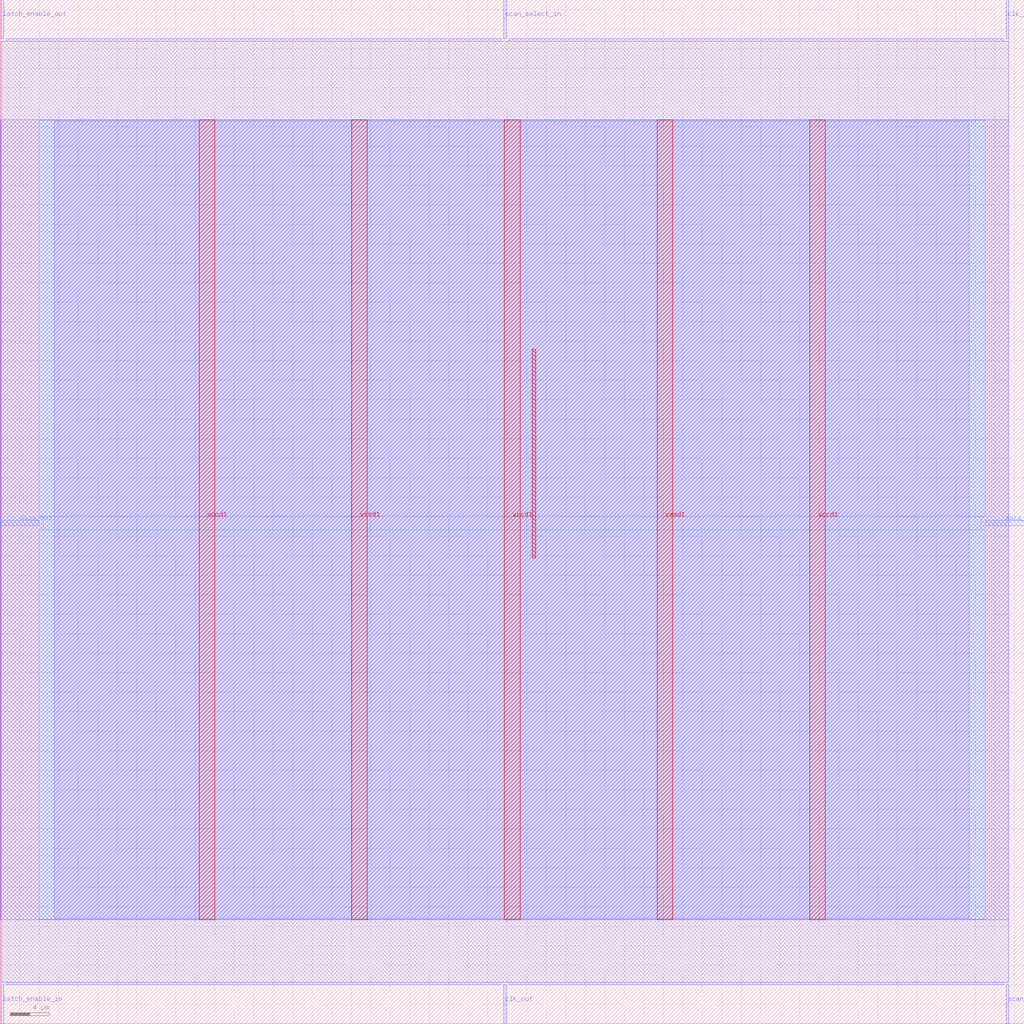
<source format=lef>
VERSION 5.7 ;
  NOWIREEXTENSIONATPIN ON ;
  DIVIDERCHAR "/" ;
  BUSBITCHARS "[]" ;
MACRO scan_wrapper_341446083683025490
  CLASS BLOCK ;
  FOREIGN scan_wrapper_341446083683025490 ;
  ORIGIN 0.000 0.000 ;
  SIZE 105.000 BY 105.000 ;
  PIN clk_in
    DIRECTION INPUT ;
    USE SIGNAL ;
    PORT
      LAYER met2 ;
        RECT 103.130 101.000 103.410 105.000 ;
    END
  END clk_in
  PIN clk_out
    DIRECTION OUTPUT TRISTATE ;
    USE SIGNAL ;
    PORT
      LAYER met2 ;
        RECT 51.610 0.000 51.890 4.000 ;
    END
  END clk_out
  PIN data_in
    DIRECTION INPUT ;
    USE SIGNAL ;
    PORT
      LAYER met3 ;
        RECT 101.000 51.040 105.000 51.640 ;
    END
  END data_in
  PIN data_out
    DIRECTION OUTPUT TRISTATE ;
    USE SIGNAL ;
    PORT
      LAYER met3 ;
        RECT 0.000 51.040 4.000 51.640 ;
    END
  END data_out
  PIN latch_enable_in
    DIRECTION INPUT ;
    USE SIGNAL ;
    PORT
      LAYER met2 ;
        RECT 0.090 0.000 0.370 4.000 ;
    END
  END latch_enable_in
  PIN latch_enable_out
    DIRECTION OUTPUT TRISTATE ;
    USE SIGNAL ;
    PORT
      LAYER met2 ;
        RECT 0.090 101.000 0.370 105.000 ;
    END
  END latch_enable_out
  PIN scan_select_in
    DIRECTION INPUT ;
    USE SIGNAL ;
    PORT
      LAYER met2 ;
        RECT 51.610 101.000 51.890 105.000 ;
    END
  END scan_select_in
  PIN scan_select_out
    DIRECTION OUTPUT TRISTATE ;
    USE SIGNAL ;
    PORT
      LAYER met2 ;
        RECT 103.130 0.000 103.410 4.000 ;
    END
  END scan_select_out
  PIN vccd1
    DIRECTION INPUT ;
    USE POWER ;
    PORT
      LAYER met4 ;
        RECT 20.380 10.640 21.980 92.720 ;
    END
    PORT
      LAYER met4 ;
        RECT 51.700 10.640 53.300 92.720 ;
    END
    PORT
      LAYER met4 ;
        RECT 83.020 10.640 84.620 92.720 ;
    END
  END vccd1
  PIN vssd1
    DIRECTION INPUT ;
    USE GROUND ;
    PORT
      LAYER met4 ;
        RECT 36.040 10.640 37.640 92.720 ;
    END
    PORT
      LAYER met4 ;
        RECT 67.360 10.640 68.960 92.720 ;
    END
  END vssd1
  OBS
      LAYER li1 ;
        RECT 5.520 10.795 99.360 92.565 ;
      LAYER met1 ;
        RECT 0.070 10.640 103.430 92.720 ;
      LAYER met2 ;
        RECT 0.650 100.720 51.330 101.000 ;
        RECT 52.170 100.720 102.850 101.000 ;
        RECT 0.100 4.280 103.400 100.720 ;
        RECT 0.650 4.000 51.330 4.280 ;
        RECT 52.170 4.000 102.850 4.280 ;
      LAYER met3 ;
        RECT 4.000 52.040 101.000 92.645 ;
        RECT 4.400 50.640 100.600 52.040 ;
        RECT 4.000 10.715 101.000 50.640 ;
      LAYER met4 ;
        RECT 54.575 47.775 54.905 69.185 ;
  END
END scan_wrapper_341446083683025490
END LIBRARY


</source>
